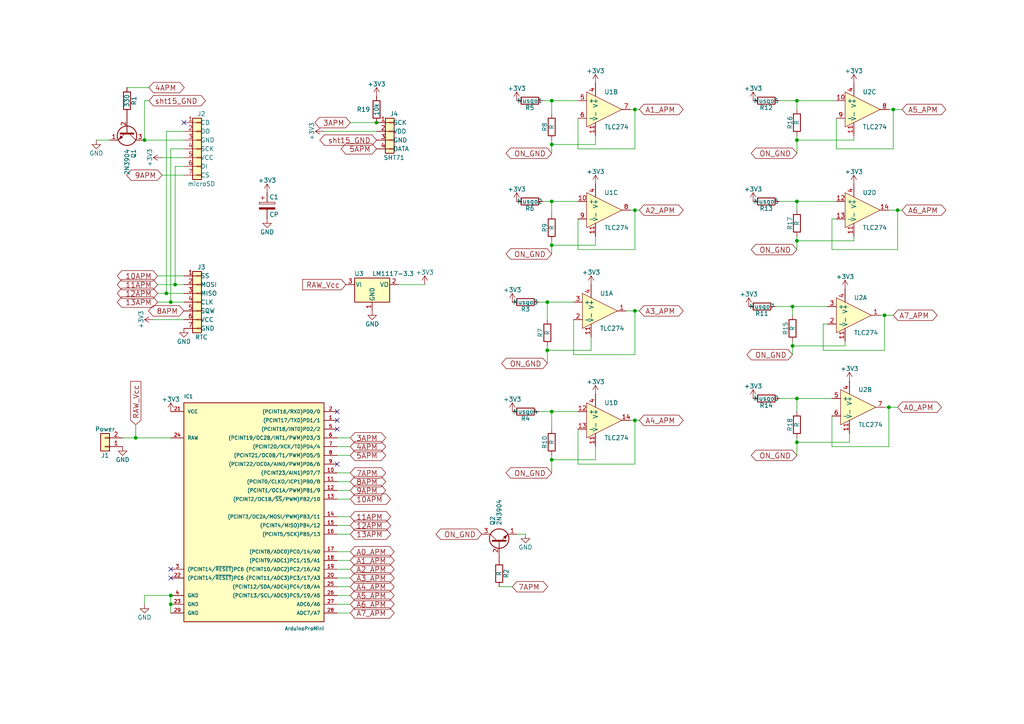
<source format=kicad_sch>
(kicad_sch (version 20211123) (generator eeschema)
  (paper "A4")
  (lib_symbols
    (symbol "BtMusgo-rescue:+3.3V" (power) (pin_names (offset 0))
      (property "Value" "+3.3V" (at 0 3.556 0))
      (symbol "+3.3V_0_1"
        (polyline (pts (xy -0.762 1.27) (xy 0 2.54)))
        (polyline (pts (xy 0 0) (xy 0 2.54)))
        (polyline (pts (xy 0 2.54) (xy 0.762 1.27)))
      )
      (symbol "+3.3V_1_1"
        (pin power_in line (at 0 0 90) (length 0) hide (name "+3V3") (number "1"))
      )
    )
    (symbol "BtMusgo-rescue:2N3904" (pin_names (offset 0) hide)
      (property "Reference" "Q" (at 5.08 1.905 0))
      (property "Value" "2N3904" (at 5.08 0 0))
      (symbol "2N3904_0_1"
        (polyline (pts (xy 0.635 0.635) (xy 2.54 2.54)))
        (polyline (pts (xy 0.635 -0.635) (xy 2.54 -2.54) (xy 2.54 -2.54)))
        (polyline (pts (xy 0.635 1.905) (xy 0.635 -1.905) (xy 0.635 -1.905)) (stroke (width 0.508)))
        (polyline (pts (xy 1.27 -1.778) (xy 1.778 -1.27) (xy 2.286 -2.286) (xy 1.27 -1.778) (xy 1.27 -1.778)) (fill (type outline)))
        (circle (center 1.27 0) (radius 2.8194) (stroke (width 0.254)))
      )
      (symbol "2N3904_1_1"
        (pin passive line (at 2.54 -5.08 90) (length 2.54) (name "E") (number "1"))
        (pin passive line (at -5.08 0 0) (length 5.715) (name "B") (number "2"))
        (pin passive line (at 2.54 5.08 270) (length 2.54) (name "C") (number "3"))
      )
    )
    (symbol "BtMusgo-rescue:CP" (pin_numbers hide) (pin_names (offset 0.254))
      (property "Reference" "C" (at 0.635 2.54 0))
      (property "Value" "CP" (at 0.635 -2.54 0))
      (symbol "CP_0_1"
        (rectangle (start -2.286 0.508) (end -2.286 1.016))
        (rectangle (start -2.286 0.508) (end 2.286 0.508))
        (polyline (pts (xy -1.778 2.286) (xy -0.762 2.286)))
        (polyline (pts (xy -1.27 2.794) (xy -1.27 1.778)))
        (rectangle (start 2.286 -0.508) (end -2.286 -1.016) (fill (type outline)))
        (rectangle (start 2.286 1.016) (end -2.286 1.016))
        (rectangle (start 2.286 1.016) (end 2.286 0.508))
      )
      (symbol "CP_1_1"
        (pin passive line (at 0 3.81 270) (length 2.794) (name "~") (number "1"))
        (pin passive line (at 0 -3.81 90) (length 2.794) (name "~") (number "2"))
      )
    )
    (symbol "BtMusgo-rescue:Conn_01x02" (pin_names (offset 1.016) hide)
      (property "Reference" "J" (at 0 2.54 0))
      (property "Value" "Conn_01x02" (at 0 -5.08 0))
      (symbol "Conn_01x02_1_1"
        (rectangle (start -1.27 -2.413) (end 0 -2.667) (stroke (width 0.1524)))
        (rectangle (start -1.27 0.127) (end 0 -0.127) (stroke (width 0.1524)))
        (rectangle (start -1.27 1.27) (end 1.27 -3.81) (stroke (width 0.254)) (fill (type background)))
        (pin passive line (at -5.08 0 0) (length 3.81) (name "Pin_1") (number "1"))
        (pin passive line (at -5.08 -2.54 0) (length 3.81) (name "Pin_2") (number "2"))
      )
    )
    (symbol "BtMusgo-rescue:GND" (power) (pin_names (offset 0))
      (property "Value" "GND" (at 0 -3.81 0))
      (symbol "GND_0_1"
        (polyline (pts (xy 0 0) (xy 0 -1.27) (xy 1.27 -1.27) (xy 0 -2.54) (xy -1.27 -1.27) (xy 0 -1.27)))
      )
      (symbol "GND_1_1"
        (pin power_in line (at 0 0 270) (length 0) hide (name "GND") (number "1"))
      )
    )
    (symbol "BtMusgo-rescue:LM1117-3.3" (pin_names (offset 0.254))
      (property "Reference" "U" (at -3.81 3.175 0))
      (property "Value" "LM1117-3.3" (at 0 3.175 0))
      (symbol "LM1117-3.3_0_1"
        (rectangle (start -5.08 -5.08) (end 5.08 1.905) (stroke (width 0.254)) (fill (type background)))
      )
      (symbol "LM1117-3.3_1_1"
        (pin power_in line (at 0 -7.62 90) (length 2.54) (name "GND") (number "1"))
        (pin power_out line (at 7.62 0 180) (length 2.54) (name "VO") (number "2"))
        (pin power_in line (at -7.62 0 0) (length 2.54) (name "VI") (number "3"))
      )
    )
    (symbol "BtMusgo-rescue:R" (pin_numbers hide) (pin_names (offset 0))
      (property "Reference" "R" (at 2.032 0 90))
      (property "Value" "R" (at 0 0 90))
      (symbol "R_0_1"
        (rectangle (start -1.016 -2.54) (end 1.016 2.54) (stroke (width 0.254)))
      )
      (symbol "R_1_1"
        (pin passive line (at 0 3.81 270) (length 1.27) (name "~") (number "1"))
        (pin passive line (at 0 -3.81 90) (length 1.27) (name "~") (number "2"))
      )
    )
    (symbol "BtMusgo-rescue:TLC274"
      (property "Reference" "U" (at 1.27 5.08 0))
      (property "Value" "TLC274" (at 3.81 -5.08 0))
      (symbol "TLC274_0_1"
        (polyline (pts (xy -5.08 5.08) (xy 5.08 0) (xy -5.08 -5.08) (xy -5.08 5.08)) (stroke (width 0.1524)) (fill (type background)))
        (pin power_in line (at -2.54 -7.62 90) (length 3.81) (name "V-") (number "11"))
        (pin power_in line (at -2.54 7.62 270) (length 3.81) (name "V+") (number "4"))
      )
      (symbol "TLC274_1_1"
        (pin output line (at 7.62 0 180) (length 2.54) (name "~") (number "1"))
        (pin input line (at -7.62 -2.54 0) (length 2.54) (name "-") (number "2"))
        (pin input line (at -7.62 2.54 0) (length 2.54) (name "+") (number "3"))
      )
      (symbol "TLC274_2_1"
        (pin input line (at -7.62 2.54 0) (length 2.54) (name "+") (number "5"))
        (pin input line (at -7.62 -2.54 0) (length 2.54) (name "-") (number "6"))
        (pin output line (at 7.62 0 180) (length 2.54) (name "~") (number "7"))
      )
      (symbol "TLC274_3_1"
        (pin input line (at -7.62 2.54 0) (length 2.54) (name "+") (number "10"))
        (pin output line (at 7.62 0 180) (length 2.54) (name "~") (number "8"))
        (pin input line (at -7.62 -2.54 0) (length 2.54) (name "-") (number "9"))
      )
      (symbol "TLC274_4_1"
        (pin input line (at -7.62 2.54 0) (length 2.54) (name "+") (number "12"))
        (pin input line (at -7.62 -2.54 0) (length 2.54) (name "-") (number "13"))
        (pin output line (at 7.62 0 180) (length 2.54) (name "~") (number "14"))
      )
    )
    (symbol "RTC:RTC" (pin_names (offset 1.016))
      (property "Reference" "J" (at 0 10.16 0))
      (property "Value" "RTC" (at 0 -10.16 0))
      (symbol "RTC_1_1"
        (rectangle (start -2.54 8.89) (end 0 -8.89) (stroke (width 0.254)) (fill (type background)))
        (rectangle (start -1.27 -7.493) (end 0 -7.747) (stroke (width 0.1524)))
        (rectangle (start -1.27 -4.953) (end 0 -5.207) (stroke (width 0.1524)))
        (rectangle (start -1.27 -2.413) (end 0 -2.667) (stroke (width 0.1524)))
        (rectangle (start -1.27 0.127) (end 0 -0.127) (stroke (width 0.1524)))
        (rectangle (start -1.27 2.667) (end 0 2.413) (stroke (width 0.1524)))
        (rectangle (start -1.27 5.207) (end 0 4.953) (stroke (width 0.1524)))
        (rectangle (start -1.27 7.747) (end 0 7.493) (stroke (width 0.1524)))
        (pin passive line (at -5.08 7.62 0) (length 3.81) (name "SS") (number "1"))
        (pin passive line (at -5.08 5.08 0) (length 3.81) (name "MOSI") (number "2"))
        (pin passive line (at -5.08 2.54 0) (length 3.81) (name "MISO") (number "3"))
        (pin passive line (at -5.08 0 0) (length 3.81) (name "CLK") (number "4"))
        (pin passive line (at -5.08 -2.54 0) (length 3.81) (name "SQW") (number "5"))
        (pin passive line (at -5.08 -5.08 0) (length 3.81) (name "VCC") (number "6"))
        (pin passive line (at -5.08 -7.62 0) (length 3.81) (name "GND") (number "7"))
      )
    )
    (symbol "microSD:microSD" (pin_names (offset 1.016))
      (property "Reference" "J" (at 0 10.16 0))
      (property "Value" "microSD" (at 0 -10.16 0))
      (symbol "microSD_1_1"
        (rectangle (start -2.54 8.89) (end 0 -8.89) (stroke (width 0.254)) (fill (type background)))
        (rectangle (start -1.27 -7.493) (end 0 -7.747) (stroke (width 0.1524)))
        (rectangle (start -1.27 -4.953) (end 0 -5.207) (stroke (width 0.1524)))
        (rectangle (start -1.27 -2.413) (end 0 -2.667) (stroke (width 0.1524)))
        (rectangle (start -1.27 0.127) (end 0 -0.127) (stroke (width 0.1524)))
        (rectangle (start -1.27 2.667) (end 0 2.413) (stroke (width 0.1524)))
        (rectangle (start -1.27 5.207) (end 0 4.953) (stroke (width 0.1524)))
        (rectangle (start -1.27 7.747) (end 0 7.493) (stroke (width 0.1524)))
        (pin passive line (at -5.08 7.62 0) (length 3.81) (name "CD") (number "1"))
        (pin passive line (at -5.08 5.08 0) (length 3.81) (name "DO") (number "2"))
        (pin passive line (at -5.08 2.54 0) (length 3.81) (name "GND") (number "3"))
        (pin passive line (at -5.08 0 0) (length 3.81) (name "SCK") (number "4"))
        (pin passive line (at -5.08 -2.54 0) (length 3.81) (name "VCC") (number "5"))
        (pin passive line (at -5.08 -5.08 0) (length 3.81) (name "DI") (number "6"))
        (pin passive line (at -5.08 -7.62 0) (length 3.81) (name "CS") (number "7"))
      )
    )
    (symbol "mysensors_arduino:ArduinoProMini" (pin_names (offset 1.016))
      (property "Reference" "IC" (at -19.05 31.75 0))
      (property "Value" "ArduinoProMini" (at 10.16 -35.56 0))
      (symbol "ArduinoProMini_0_1"
        (rectangle (start -19.05 30.48) (end 21.59 -33.02) (stroke (width 0.254)) (fill (type background)))
      )
      (symbol "ArduinoProMini_1_1"
        (pin bidirectional line (at 25.4 25.4 180) (length 3.81) (name "(PCINT17/TXD)PD1/1") (number "1"))
        (pin bidirectional line (at 25.4 10.16 180) (length 3.81) (name "(PCINT23/AIN1)PD7/7") (number "10"))
        (pin bidirectional line (at 25.4 7.62 180) (length 3.81) (name "(PCINT0/CLKO/ICP1)PB0/8") (number "11"))
        (pin bidirectional line (at 25.4 5.08 180) (length 3.81) (name "(PCINT1/OC1A/PWM)PB1/9") (number "12"))
        (pin bidirectional line (at 25.4 2.54 180) (length 3.81) (name "(PCINT2/OC1B/~{SS}/PWM)PB2/10") (number "13"))
        (pin bidirectional line (at 25.4 -2.54 180) (length 3.81) (name "(PCINT3/OC2A/MOSI/PWM)PB3/11") (number "14"))
        (pin bidirectional line (at 25.4 -5.08 180) (length 3.81) (name "(PCINT4/MISO)PB4/12") (number "15"))
        (pin bidirectional line (at 25.4 -7.62 180) (length 3.81) (name "(PCINT5/SCK)PB5/13") (number "16"))
        (pin bidirectional line (at 25.4 -12.7 180) (length 3.81) (name "(PCINT8/ADC0)PC0/14/A0") (number "17"))
        (pin bidirectional line (at 25.4 -15.24 180) (length 3.81) (name "(PCINT9/ADC1)PC1/15/A1") (number "18"))
        (pin bidirectional line (at 25.4 -17.78 180) (length 3.81) (name "(PCINT10/ADC2)PC2/16/A2") (number "19"))
        (pin bidirectional line (at 25.4 27.94 180) (length 3.81) (name "(PCINT16/RXD)PD0/0") (number "2"))
        (pin bidirectional line (at 25.4 -20.32 180) (length 3.81) (name "(PCINT11/ADC3)PC3/17/A3") (number "20"))
        (pin power_in line (at -22.86 27.94 0) (length 3.81) (name "VCC") (number "21"))
        (pin bidirectional line (at -22.86 -20.32 0) (length 3.81) (name "(PCINT14/~{RESET})PC6") (number "22"))
        (pin power_in line (at -22.86 -27.94 0) (length 3.81) (name "GND") (number "23"))
        (pin power_in line (at -22.86 20.32 0) (length 3.81) (name "RAW") (number "24"))
        (pin bidirectional line (at 25.4 -22.86 180) (length 3.81) (name "(PCINT12/SDA/ADC4)PC4/18/A4") (number "25"))
        (pin bidirectional line (at 25.4 -25.4 180) (length 3.81) (name "(PCINT13/SCL/ADC5)PC5/19/A5") (number "26"))
        (pin input line (at 25.4 -27.94 180) (length 3.81) (name "ADC6/A6") (number "27"))
        (pin input line (at 25.4 -30.48 180) (length 3.81) (name "ADC7/A7") (number "28"))
        (pin power_in line (at -22.86 -30.48 0) (length 3.81) (name "GND") (number "29"))
        (pin bidirectional line (at -22.86 -17.78 0) (length 3.81) (name "(PCINT14/~{RESET})PC6") (number "3"))
        (pin power_in line (at -22.86 -25.4 0) (length 3.81) (name "GND") (number "4"))
        (pin bidirectional line (at 25.4 22.86 180) (length 3.81) (name "(PCINT18/INT0)PD2/2") (number "5"))
        (pin bidirectional line (at 25.4 20.32 180) (length 3.81) (name "(PCINT19/OC2B/INT1/PWM)PD3/3") (number "6"))
        (pin bidirectional line (at 25.4 17.78 180) (length 3.81) (name "(PCINT20/XCK/T0)PD4/4") (number "7"))
        (pin bidirectional line (at 25.4 15.24 180) (length 3.81) (name "(PCINT21/OC0B/T1/PWM)PD5/5") (number "8"))
        (pin bidirectional line (at 25.4 12.7 180) (length 3.81) (name "(PCINT22/OC0A/AIN0/PWM)PD6/6") (number "9"))
      )
    )
    (symbol "sht15:SHT71" (pin_names (offset 1.016))
      (property "Reference" "J" (at 0 5.08 0))
      (property "Value" "SHT71" (at 0 -7.62 0))
      (symbol "SHT71_1_1"
        (rectangle (start -2.54 3.81) (end 0 -6.35) (stroke (width 0.254)) (fill (type background)))
        (rectangle (start -1.27 -4.953) (end 0 -5.207) (stroke (width 0.1524)))
        (rectangle (start -1.27 -2.413) (end 0 -2.667) (stroke (width 0.1524)))
        (rectangle (start -1.27 0.127) (end 0 -0.127) (stroke (width 0.1524)))
        (rectangle (start -1.27 2.667) (end 0 2.413) (stroke (width 0.1524)))
        (pin passive line (at -5.08 2.54 0) (length 3.81) (name "SCK") (number "1"))
        (pin passive line (at -5.08 0 0) (length 3.81) (name "VDD") (number "2"))
        (pin passive line (at -5.08 -2.54 0) (length 3.81) (name "GND") (number "3"))
        (pin passive line (at -5.08 -5.08 0) (length 3.81) (name "DATA") (number "4"))
      )
    )
  )
  (junction (at 231.14 128.27))
  (junction (at 49.53 175.26))
  (junction (at 160.02 58.42))
  (junction (at 160.02 29.21))
  (junction (at 160.02 41.91))
  (junction (at 158.75 101.6))
  (junction (at 184.15 121.92))
  (junction (at 39.37 127))
  (junction (at 184.15 31.75))
  (junction (at 49.53 172.72))
  (junction (at 231.14 40.64))
  (junction (at 158.75 87.63))
  (junction (at 160.02 119.38))
  (junction (at 231.14 115.57))
  (junction (at 229.87 88.9))
  (junction (at 41.91 40.64))
  (junction (at 184.15 60.96))
  (junction (at 260.35 60.96))
  (junction (at 48.26 85.09))
  (junction (at 160.02 71.12))
  (junction (at 109.22 35.56))
  (junction (at 257.81 118.11))
  (junction (at 160.02 133.35))
  (junction (at 229.87 100.33))
  (junction (at 231.14 29.21))
  (junction (at 49.53 87.63))
  (junction (at 231.14 69.85))
  (junction (at 231.14 58.42))
  (junction (at 259.08 31.75))
  (junction (at 256.54 91.44))
  (junction (at 184.15 90.17))
  (junction (at 50.8 82.55))
  (no_connect (at 97.79 134.62))
  (no_connect (at 97.79 124.46))
  (no_connect (at 97.79 121.92))
  (no_connect (at 53.34 35.56))
  (no_connect (at 49.53 167.64))
  (no_connect (at 97.79 119.38))
  (no_connect (at 49.53 165.1))
  (wire (pts (xy 167.64 134.62) (xy 184.15 134.62)))
  (wire (pts (xy 166.37 102.87) (xy 184.15 102.87)))
  (wire (pts (xy 231.14 58.42) (xy 242.57 58.42)))
  (wire (pts (xy 45.72 85.09) (xy 48.26 85.09)))
  (wire (pts (xy 53.34 50.8) (xy 46.99 50.8)))
  (wire (pts (xy 49.53 172.72) (xy 49.53 175.26)))
  (wire (pts (xy 260.35 60.96) (xy 261.62 60.96)))
  (wire (pts (xy 156.21 119.38) (xy 160.02 119.38)))
  (wire (pts (xy 241.3 72.39) (xy 241.3 63.5)))
  (wire (pts (xy 184.15 102.87) (xy 184.15 90.17)))
  (wire (pts (xy 231.14 68.58) (xy 231.14 69.85)))
  (wire (pts (xy 97.79 137.16) (xy 101.6 137.16)))
  (wire (pts (xy 247.65 40.64) (xy 247.65 39.37)))
  (wire (pts (xy 257.81 129.54) (xy 257.81 118.11)))
  (wire (pts (xy 160.02 44.45) (xy 160.02 41.91)))
  (wire (pts (xy 160.02 73.66) (xy 160.02 71.12)))
  (wire (pts (xy 48.26 38.1) (xy 48.26 85.09)))
  (wire (pts (xy 247.65 69.85) (xy 247.65 68.58)))
  (wire (pts (xy 257.81 31.75) (xy 259.08 31.75)))
  (wire (pts (xy 39.37 127) (xy 49.53 127)))
  (wire (pts (xy 158.75 100.33) (xy 158.75 101.6)))
  (wire (pts (xy 45.72 82.55) (xy 50.8 82.55)))
  (wire (pts (xy 97.79 175.26) (xy 101.6 175.26)))
  (wire (pts (xy 97.79 167.64) (xy 101.6 167.64)))
  (wire (pts (xy 231.14 29.21) (xy 242.57 29.21)))
  (wire (pts (xy 44.45 92.71) (xy 53.34 92.71)))
  (wire (pts (xy 97.79 152.4) (xy 101.6 152.4)))
  (wire (pts (xy 242.57 43.18) (xy 259.08 43.18)))
  (wire (pts (xy 171.45 97.79) (xy 171.45 101.6)))
  (wire (pts (xy 184.15 60.96) (xy 184.15 72.39)))
  (wire (pts (xy 184.15 31.75) (xy 185.42 31.75)))
  (wire (pts (xy 97.79 165.1) (xy 101.6 165.1)))
  (wire (pts (xy 260.35 72.39) (xy 241.3 72.39)))
  (wire (pts (xy 172.72 41.91) (xy 160.02 41.91)))
  (wire (pts (xy 158.75 101.6) (xy 158.75 105.41)))
  (wire (pts (xy 256.54 91.44) (xy 259.08 91.44)))
  (wire (pts (xy 160.02 41.91) (xy 160.02 40.64)))
  (wire (pts (xy 172.72 68.58) (xy 172.72 71.12)))
  (wire (pts (xy 231.14 39.37) (xy 231.14 40.64)))
  (wire (pts (xy 53.34 43.18) (xy 49.53 43.18)))
  (wire (pts (xy 172.72 133.35) (xy 172.72 129.54)))
  (wire (pts (xy 97.79 127) (xy 101.6 127)))
  (wire (pts (xy 157.48 58.42) (xy 160.02 58.42)))
  (wire (pts (xy 160.02 58.42) (xy 160.02 62.23)))
  (wire (pts (xy 43.18 29.21) (xy 41.91 29.21)))
  (wire (pts (xy 182.88 60.96) (xy 184.15 60.96)))
  (wire (pts (xy 231.14 115.57) (xy 241.3 115.57)))
  (wire (pts (xy 229.87 100.33) (xy 245.11 100.33)))
  (wire (pts (xy 101.6 144.78) (xy 97.79 144.78)))
  (wire (pts (xy 259.08 43.18) (xy 259.08 31.75)))
  (wire (pts (xy 97.79 162.56) (xy 101.6 162.56)))
  (wire (pts (xy 241.3 129.54) (xy 257.81 129.54)))
  (wire (pts (xy 160.02 29.21) (xy 167.64 29.21)))
  (wire (pts (xy 241.3 120.65) (xy 241.3 129.54)))
  (wire (pts (xy 182.88 31.75) (xy 184.15 31.75)))
  (wire (pts (xy 50.8 82.55) (xy 53.34 82.55)))
  (wire (pts (xy 231.14 60.96) (xy 231.14 58.42)))
  (wire (pts (xy 123.19 82.55) (xy 115.57 82.55)))
  (wire (pts (xy 101.6 172.72) (xy 97.79 172.72)))
  (wire (pts (xy 181.61 90.17) (xy 184.15 90.17)))
  (wire (pts (xy 36.83 25.4) (xy 43.18 25.4)))
  (wire (pts (xy 101.6 177.8) (xy 97.79 177.8)))
  (wire (pts (xy 256.54 101.6) (xy 256.54 91.44)))
  (wire (pts (xy 109.22 35.56) (xy 101.6 35.56)))
  (wire (pts (xy 45.72 80.01) (xy 53.34 80.01)))
  (wire (pts (xy 149.86 154.94) (xy 152.4 154.94)))
  (wire (pts (xy 184.15 134.62) (xy 184.15 121.92)))
  (wire (pts (xy 157.48 29.21) (xy 160.02 29.21)))
  (wire (pts (xy 259.08 31.75) (xy 261.62 31.75)))
  (wire (pts (xy 246.38 128.27) (xy 231.14 128.27)))
  (wire (pts (xy 160.02 133.35) (xy 160.02 137.16)))
  (wire (pts (xy 160.02 71.12) (xy 160.02 69.85)))
  (wire (pts (xy 166.37 92.71) (xy 166.37 102.87)))
  (wire (pts (xy 240.03 93.98) (xy 238.76 93.98)))
  (wire (pts (xy 238.76 101.6) (xy 256.54 101.6)))
  (wire (pts (xy 229.87 91.44) (xy 229.87 88.9)))
  (wire (pts (xy 185.42 121.92) (xy 184.15 121.92)))
  (wire (pts (xy 41.91 175.26) (xy 41.91 172.72)))
  (wire (pts (xy 41.91 29.21) (xy 41.91 40.64)))
  (wire (pts (xy 184.15 31.75) (xy 184.15 43.18)))
  (wire (pts (xy 246.38 125.73) (xy 246.38 128.27)))
  (wire (pts (xy 97.79 149.86) (xy 101.6 149.86)))
  (wire (pts (xy 49.53 43.18) (xy 49.53 87.63)))
  (wire (pts (xy 184.15 43.18) (xy 167.64 43.18)))
  (wire (pts (xy 231.14 40.64) (xy 247.65 40.64)))
  (wire (pts (xy 48.26 85.09) (xy 53.34 85.09)))
  (wire (pts (xy 242.57 34.29) (xy 242.57 43.18)))
  (wire (pts (xy 184.15 90.17) (xy 185.42 90.17)))
  (wire (pts (xy 255.27 91.44) (xy 256.54 91.44)))
  (wire (pts (xy 231.14 128.27) (xy 231.14 132.08)))
  (wire (pts (xy 31.75 40.64) (xy 27.94 40.64)))
  (wire (pts (xy 167.64 124.46) (xy 167.64 134.62)))
  (wire (pts (xy 41.91 172.72) (xy 49.53 172.72)))
  (wire (pts (xy 50.8 48.26) (xy 50.8 82.55)))
  (wire (pts (xy 97.79 129.54) (xy 101.6 129.54)))
  (wire (pts (xy 101.6 142.24) (xy 97.79 142.24)))
  (wire (pts (xy 158.75 87.63) (xy 166.37 87.63)))
  (wire (pts (xy 257.81 118.11) (xy 260.35 118.11)))
  (wire (pts (xy 226.06 58.42) (xy 231.14 58.42)))
  (wire (pts (xy 45.72 87.63) (xy 49.53 87.63)))
  (wire (pts (xy 231.14 127) (xy 231.14 128.27)))
  (wire (pts (xy 144.78 170.18) (xy 148.59 170.18)))
  (wire (pts (xy 35.56 127) (xy 39.37 127)))
  (wire (pts (xy 97.79 160.02) (xy 101.6 160.02)))
  (wire (pts (xy 160.02 33.02) (xy 160.02 29.21)))
  (wire (pts (xy 229.87 100.33) (xy 229.87 102.87)))
  (wire (pts (xy 231.14 69.85) (xy 247.65 69.85)))
  (wire (pts (xy 257.81 60.96) (xy 260.35 60.96)))
  (wire (pts (xy 231.14 40.64) (xy 231.14 44.45)))
  (wire (pts (xy 49.53 87.63) (xy 53.34 87.63)))
  (wire (pts (xy 224.79 88.9) (xy 229.87 88.9)))
  (wire (pts (xy 256.54 118.11) (xy 257.81 118.11)))
  (wire (pts (xy 53.34 40.64) (xy 41.91 40.64)))
  (wire (pts (xy 260.35 60.96) (xy 260.35 72.39)))
  (wire (pts (xy 101.6 154.94) (xy 97.79 154.94)))
  (wire (pts (xy 167.64 43.18) (xy 167.64 34.29)))
  (wire (pts (xy 53.34 48.26) (xy 50.8 48.26)))
  (wire (pts (xy 184.15 60.96) (xy 185.42 60.96)))
  (wire (pts (xy 226.06 29.21) (xy 231.14 29.21)))
  (wire (pts (xy 229.87 88.9) (xy 240.03 88.9)))
  (wire (pts (xy 226.06 115.57) (xy 231.14 115.57)))
  (wire (pts (xy 160.02 119.38) (xy 167.64 119.38)))
  (wire (pts (xy 231.14 69.85) (xy 231.14 72.39)))
  (wire (pts (xy 97.79 132.08) (xy 101.6 132.08)))
  (wire (pts (xy 229.87 99.06) (xy 229.87 100.33)))
  (wire (pts (xy 184.15 121.92) (xy 182.88 121.92)))
  (wire (pts (xy 245.11 100.33) (xy 245.11 99.06)))
  (wire (pts (xy 53.34 45.72) (xy 46.99 45.72)))
  (wire (pts (xy 49.53 175.26) (xy 49.53 177.8)))
  (wire (pts (xy 172.72 39.37) (xy 172.72 41.91)))
  (wire (pts (xy 241.3 63.5) (xy 242.57 63.5)))
  (wire (pts (xy 160.02 133.35) (xy 172.72 133.35)))
  (wire (pts (xy 93.98 38.1) (xy 109.22 38.1)))
  (wire (pts (xy 167.64 72.39) (xy 167.64 63.5)))
  (wire (pts (xy 160.02 132.08) (xy 160.02 133.35)))
  (wire (pts (xy 101.6 139.7) (xy 97.79 139.7)))
  (wire (pts (xy 160.02 124.46) (xy 160.02 119.38)))
  (wire (pts (xy 160.02 58.42) (xy 167.64 58.42)))
  (wire (pts (xy 171.45 101.6) (xy 158.75 101.6)))
  (wire (pts (xy 158.75 92.71) (xy 158.75 87.63)))
  (wire (pts (xy 238.76 93.98) (xy 238.76 101.6)))
  (wire (pts (xy 231.14 119.38) (xy 231.14 115.57)))
  (wire (pts (xy 156.21 87.63) (xy 158.75 87.63)))
  (wire (pts (xy 39.37 123.19) (xy 39.37 127)))
  (wire (pts (xy 231.14 31.75) (xy 231.14 29.21)))
  (wire (pts (xy 53.34 38.1) (xy 48.26 38.1)))
  (wire (pts (xy 97.79 170.18) (xy 101.6 170.18)))
  (wire (pts (xy 172.72 71.12) (xy 160.02 71.12)))
  (wire (pts (xy 184.15 72.39) (xy 167.64 72.39)))
  (global_label "A4_APM" (shape bidirectional) (at 101.6 170.18 0) (effects (font (size 1.524 1.524))) (property "Intersheet References" "${INTERSHEET_REFS}" (effects hide)))
  (global_label "10APM" (shape bidirectional) (at 101.6 144.78 0) (effects (font (size 1.524 1.524))) (property "Intersheet References" "${INTERSHEET_REFS}" (effects hide)))
  (global_label "A1_APM" (shape bidirectional) (at 101.6 162.56 0) (effects (font (size 1.524 1.524))) (property "Intersheet References" "${INTERSHEET_REFS}" (effects hide)))
  (global_label "RAW_Vcc" (shape input) (at 39.37 123.19 90) (effects (font (size 1.524 1.524))) (property "Intersheet References" "${INTERSHEET_REFS}" (effects hide)))
  (global_label "ON_GND" (shape bidirectional) (at 231.14 44.45 180) (effects (font (size 1.524 1.524))) (property "Intersheet References" "${INTERSHEET_REFS}" (effects hide)))
  (global_label "A2_APM" (shape bidirectional) (at 101.6 165.1 0) (effects (font (size 1.524 1.524))) (property "Intersheet References" "${INTERSHEET_REFS}" (effects hide)))
  (global_label "7APM" (shape bidirectional) (at 148.59 170.18 0) (effects (font (size 1.524 1.524))) (property "Intersheet References" "${INTERSHEET_REFS}" (effects hide)))
  (global_label "8APM" (shape bidirectional) (at 53.34 90.17 180) (effects (font (size 1.524 1.524))) (property "Intersheet References" "${INTERSHEET_REFS}" (effects hide)))
  (global_label "ON_GND" (shape bidirectional) (at 158.75 105.41 180) (effects (font (size 1.524 1.524))) (property "Intersheet References" "${INTERSHEET_REFS}" (effects hide)))
  (global_label "A7_APM" (shape bidirectional) (at 101.6 177.8 0) (effects (font (size 1.524 1.524))) (property "Intersheet References" "${INTERSHEET_REFS}" (effects hide)))
  (global_label "4APM" (shape bidirectional) (at 43.18 25.4 0) (effects (font (size 1.524 1.524))) (property "Intersheet References" "${INTERSHEET_REFS}" (effects hide)))
  (global_label "A5_APM" (shape bidirectional) (at 101.6 172.72 0) (effects (font (size 1.524 1.524))) (property "Intersheet References" "${INTERSHEET_REFS}" (effects hide)))
  (global_label "A0_APM" (shape bidirectional) (at 260.35 118.11 0) (effects (font (size 1.524 1.524))) (property "Intersheet References" "${INTERSHEET_REFS}" (effects hide)))
  (global_label "A3_APM" (shape bidirectional) (at 101.6 167.64 0) (effects (font (size 1.524 1.524))) (property "Intersheet References" "${INTERSHEET_REFS}" (effects hide)))
  (global_label "A5_APM" (shape bidirectional) (at 261.62 31.75 0) (effects (font (size 1.524 1.524))) (property "Intersheet References" "${INTERSHEET_REFS}" (effects hide)))
  (global_label "11APM" (shape bidirectional) (at 45.72 82.55 180) (effects (font (size 1.524 1.524))) (property "Intersheet References" "${INTERSHEET_REFS}" (effects hide)))
  (global_label "4APM" (shape bidirectional) (at 101.6 129.54 0) (effects (font (size 1.524 1.524))) (property "Intersheet References" "${INTERSHEET_REFS}" (effects hide)))
  (global_label "9APM" (shape bidirectional) (at 46.99 50.8 180) (effects (font (size 1.524 1.524))) (property "Intersheet References" "${INTERSHEET_REFS}" (effects hide)))
  (global_label "9APM" (shape bidirectional) (at 101.6 142.24 0) (effects (font (size 1.524 1.524))) (property "Intersheet References" "${INTERSHEET_REFS}" (effects hide)))
  (global_label "10APM" (shape bidirectional) (at 45.72 80.01 180) (effects (font (size 1.524 1.524))) (property "Intersheet References" "${INTERSHEET_REFS}" (effects hide)))
  (global_label "3APM" (shape bidirectional) (at 101.6 35.56 180) (effects (font (size 1.524 1.524))) (property "Intersheet References" "${INTERSHEET_REFS}" (effects hide)))
  (global_label "5APM" (shape bidirectional) (at 109.22 43.18 180) (effects (font (size 1.524 1.524))) (property "Intersheet References" "${INTERSHEET_REFS}" (effects hide)))
  (global_label "RAW_Vcc" (shape input) (at 100.33 82.55 180) (effects (font (size 1.524 1.524))) (property "Intersheet References" "${INTERSHEET_REFS}" (effects hide)))
  (global_label "A7_APM" (shape bidirectional) (at 259.08 91.44 0) (effects (font (size 1.524 1.524))) (property "Intersheet References" "${INTERSHEET_REFS}" (effects hide)))
  (global_label "12APM" (shape bidirectional) (at 101.6 152.4 0) (effects (font (size 1.524 1.524))) (property "Intersheet References" "${INTERSHEET_REFS}" (effects hide)))
  (global_label "12APM" (shape bidirectional) (at 45.72 85.09 180) (effects (font (size 1.524 1.524))) (property "Intersheet References" "${INTERSHEET_REFS}" (effects hide)))
  (global_label "7APM" (shape bidirectional) (at 101.6 137.16 0) (effects (font (size 1.524 1.524))) (property "Intersheet References" "${INTERSHEET_REFS}" (effects hide)))
  (global_label "13APM" (shape bidirectional) (at 101.6 154.94 0) (effects (font (size 1.524 1.524))) (property "Intersheet References" "${INTERSHEET_REFS}" (effects hide)))
  (global_label "A2_APM" (shape bidirectional) (at 185.42 60.96 0) (effects (font (size 1.524 1.524))) (property "Intersheet References" "${INTERSHEET_REFS}" (effects hide)))
  (global_label "ON_GND" (shape bidirectional) (at 160.02 73.66 180) (effects (font (size 1.524 1.524))) (property "Intersheet References" "${INTERSHEET_REFS}" (effects hide)))
  (global_label "3APM" (shape bidirectional) (at 101.6 127 0) (effects (font (size 1.524 1.524))) (property "Intersheet References" "${INTERSHEET_REFS}" (effects hide)))
  (global_label "8APM" (shape bidirectional) (at 101.6 139.7 0) (effects (font (size 1.524 1.524))) (property "Intersheet References" "${INTERSHEET_REFS}" (effects hide)))
  (global_label "ON_GND" (shape bidirectional) (at 160.02 44.45 180) (effects (font (size 1.524 1.524))) (property "Intersheet References" "${INTERSHEET_REFS}" (effects hide)))
  (global_label "A0_APM" (shape bidirectional) (at 101.6 160.02 0) (effects (font (size 1.524 1.524))) (property "Intersheet References" "${INTERSHEET_REFS}" (effects hide)))
  (global_label "ON_GND" (shape bidirectional) (at 139.7 154.94 180) (effects (font (size 1.524 1.524))) (property "Intersheet References" "${INTERSHEET_REFS}" (effects hide)))
  (global_label "11APM" (shape bidirectional) (at 101.6 149.86 0) (effects (font (size 1.524 1.524))) (property "Intersheet References" "${INTERSHEET_REFS}" (effects hide)))
  (global_label "ON_GND" (shape bidirectional) (at 231.14 132.08 180) (effects (font (size 1.524 1.524))) (property "Intersheet References" "${INTERSHEET_REFS}" (effects hide)))
  (global_label "A6_APM" (shape bidirectional) (at 101.6 175.26 0) (effects (font (size 1.524 1.524))) (property "Intersheet References" "${INTERSHEET_REFS}" (effects hide)))
  (global_label "sht15_GND" (shape bidirectional) (at 43.18 29.21 0) (effects (font (size 1.524 1.524))) (property "Intersheet References" "${INTERSHEET_REFS}" (effects hide)))
  (global_label "A3_APM" (shape bidirectional) (at 185.42 90.17 0) (effects (font (size 1.524 1.524))) (property "Intersheet References" "${INTERSHEET_REFS}" (effects hide)))
  (global_label "A4_APM" (shape bidirectional) (at 185.42 121.92 0) (effects (font (size 1.524 1.524))) (property "Intersheet References" "${INTERSHEET_REFS}" (effects hide)))
  (global_label "ON_GND" (shape bidirectional) (at 229.87 102.87 180) (effects (font (size 1.524 1.524))) (property "Intersheet References" "${INTERSHEET_REFS}" (effects hide)))
  (global_label "5APM" (shape bidirectional) (at 101.6 132.08 0) (effects (font (size 1.524 1.524))) (property "Intersheet References" "${INTERSHEET_REFS}" (effects hide)))
  (global_label "A1_APM" (shape bidirectional) (at 185.42 31.75 0) (effects (font (size 1.524 1.524))) (property "Intersheet References" "${INTERSHEET_REFS}" (effects hide)))
  (global_label "sht15_GND" (shape bidirectional) (at 109.22 40.64 180) (effects (font (size 1.524 1.524))) (property "Intersheet References" "${INTERSHEET_REFS}" (effects hide)))
  (global_label "13APM" (shape bidirectional) (at 45.72 87.63 180) (effects (font (size 1.524 1.524))) (property "Intersheet References" "${INTERSHEET_REFS}" (effects hide)))
  (global_label "A6_APM" (shape bidirectional) (at 261.62 60.96 0) (effects (font (size 1.524 1.524))) (property "Intersheet References" "${INTERSHEET_REFS}" (effects hide)))
  (global_label "ON_GND" (shape bidirectional) (at 160.02 137.16 180) (effects (font (size 1.524 1.524))) (property "Intersheet References" "${INTERSHEET_REFS}" (effects hide)))
  (global_label "ON_GND" (shape bidirectional) (at 231.14 72.39 180) (effects (font (size 1.524 1.524))) (property "Intersheet References" "${INTERSHEET_REFS}" (effects hide)))
  (symbol (lib_id "BtMusgo-rescue:+3.3V") (at 93.98 38.1 90) (unit 1)
    (property "Reference" "#PWR01" (effects hide))
    (property "Value" "+3.3V" (at 90.424 38.1 0))
  )
  (symbol (lib_id "mysensors_arduino:ArduinoProMini") (at 72.39 147.32 0) (unit 1)
    (property "Reference" "IC1" (at 53.34 115.57 0) (effects (font (size 1.016 1.016)) (justify left bottom)))
    (property "Value" "ArduinoProMini" (at 82.55 182.88 0) (effects (font (size 1.016 1.016)) (justify left bottom)))
    (property "Footprint" "mysensors_arduino:pro_mini" (effects hide))
  )
  (symbol (lib_id "BtMusgo-rescue:GND") (at 41.91 175.26 0) (unit 1)
    (property "Reference" "#PWR02" (effects hide))
    (property "Value" "GND" (at 41.91 179.07 0))
  )
  (symbol (lib_id "BtMusgo-rescue:+3.3V") (at 49.53 119.38 0) (unit 1)
    (property "Reference" "#PWR03" (effects hide))
    (property "Value" "+3.3V" (at 49.53 115.824 0))
  )
  (symbol (lib_id "microSD:microSD") (at 58.42 43.18 0) (unit 1)
    (property "Reference" "J2" (at 58.42 33.02 0))
    (property "Value" "microSD" (at 58.42 53.34 0))
    (property "Footprint" "Socket_Strips:Socket_Strip_Straight_1x07_Pitch2.54mm" (effects hide))
  )
  (symbol (lib_id "RTC:RTC") (at 58.42 87.63 0) (unit 1)
    (property "Reference" "J3" (at 58.42 77.47 0))
    (property "Value" "RTC" (at 58.42 97.79 0))
    (property "Footprint" "Socket_Strips:Socket_Strip_Straight_1x07_Pitch2.54mm" (effects hide))
  )
  (symbol (lib_id "BtMusgo-rescue:GND") (at 53.34 95.25 0) (unit 1)
    (property "Reference" "#PWR04" (effects hide))
    (property "Value" "GND" (at 53.34 99.06 0))
  )
  (symbol (lib_id "BtMusgo-rescue:+3.3V") (at 44.45 92.71 90) (unit 1)
    (property "Reference" "#PWR05" (effects hide))
    (property "Value" "+3.3V" (at 40.894 92.71 0))
  )
  (symbol (lib_id "BtMusgo-rescue:+3.3V") (at 46.99 45.72 90) (unit 1)
    (property "Reference" "#PWR06" (effects hide))
    (property "Value" "+3.3V" (at 43.434 45.72 0))
  )
  (symbol (lib_id "BtMusgo-rescue:2N3904") (at 36.83 38.1 270) (unit 1)
    (property "Reference" "Q1" (at 38.735 43.18 0) (effects (justify left)))
    (property "Value" "2N3904" (at 36.83 43.18 0) (effects (justify left)))
    (property "Footprint" "TO_SOT_Packages_THT:TO-92_Inline_Wide" (effects hide))
  )
  (symbol (lib_id "BtMusgo-rescue:GND") (at 27.94 40.64 0) (unit 1)
    (property "Reference" "#PWR07" (effects hide))
    (property "Value" "GND" (at 27.94 44.45 0))
  )
  (symbol (lib_id "BtMusgo-rescue:R") (at 36.83 29.21 0) (unit 1)
    (property "Reference" "R1" (at 38.862 29.21 90))
    (property "Value" "330" (at 36.83 29.21 90))
    (property "Footprint" "Resistors_THT:R_Axial_DIN0207_L6.3mm_D2.5mm_P10.16mm_Horizontal" (effects hide))
  )
  (symbol (lib_id "BtMusgo-rescue:R") (at 153.67 58.42 270) (unit 1)
    (property "Reference" "R6" (at 153.67 60.452 90))
    (property "Value" "Musgo2" (at 153.67 58.42 90))
    (property "Footprint" "TerminalBlocks_Phoenix:TerminalBlock_Phoenix_MKDS1.5-2pol" (effects hide))
  )
  (symbol (lib_id "BtMusgo-rescue:R") (at 160.02 66.04 180) (unit 1)
    (property "Reference" "R9" (at 157.988 66.04 90))
    (property "Value" "R" (at 160.02 66.04 90))
    (property "Footprint" "Resistors_THT:R_Axial_DIN0207_L6.3mm_D2.5mm_P10.16mm_Horizontal" (effects hide))
  )
  (symbol (lib_id "BtMusgo-rescue:R") (at 160.02 36.83 180) (unit 1)
    (property "Reference" "R8" (at 157.988 36.83 90))
    (property "Value" "R" (at 160.02 36.83 90))
    (property "Footprint" "Resistors_THT:R_Axial_DIN0207_L6.3mm_D2.5mm_P10.16mm_Horizontal" (effects hide))
  )
  (symbol (lib_id "BtMusgo-rescue:R") (at 153.67 29.21 270) (unit 1)
    (property "Reference" "R5" (at 153.67 31.242 90))
    (property "Value" "Musgo1" (at 153.67 29.21 90))
    (property "Footprint" "TerminalBlocks_Phoenix:TerminalBlock_Phoenix_MKDS1.5-2pol" (effects hide))
  )
  (symbol (lib_id "BtMusgo-rescue:+3.3V") (at 172.72 53.34 0) (unit 1)
    (property "Reference" "#PWR08" (effects hide))
    (property "Value" "+3.3V" (at 172.72 49.784 0))
  )
  (symbol (lib_id "BtMusgo-rescue:R") (at 222.25 29.21 270) (unit 1)
    (property "Reference" "R12" (at 222.25 31.242 90))
    (property "Value" "Musgo5" (at 222.25 29.21 90))
    (property "Footprint" "TerminalBlocks_Phoenix:TerminalBlock_Phoenix_MKDS1.5-2pol" (effects hide))
  )
  (symbol (lib_id "BtMusgo-rescue:R") (at 231.14 35.56 180) (unit 1)
    (property "Reference" "R16" (at 229.108 35.56 90))
    (property "Value" "R" (at 231.14 35.56 90))
    (property "Footprint" "Resistors_THT:R_Axial_DIN0207_L6.3mm_D2.5mm_P10.16mm_Horizontal" (effects hide))
  )
  (symbol (lib_id "BtMusgo-rescue:+3.3V") (at 247.65 24.13 0) (unit 1)
    (property "Reference" "#PWR09" (effects hide))
    (property "Value" "+3.3V" (at 247.65 20.574 0))
  )
  (symbol (lib_id "BtMusgo-rescue:R") (at 222.25 58.42 270) (unit 1)
    (property "Reference" "R13" (at 222.25 60.452 90))
    (property "Value" "Musgo6" (at 222.25 58.42 90))
    (property "Footprint" "TerminalBlocks_Phoenix:TerminalBlock_Phoenix_MKDS1.5-2pol" (effects hide))
  )
  (symbol (lib_id "BtMusgo-rescue:R") (at 231.14 64.77 180) (unit 1)
    (property "Reference" "R17" (at 229.108 64.77 90))
    (property "Value" "R" (at 231.14 64.77 90))
    (property "Footprint" "Resistors_THT:R_Axial_DIN0207_L6.3mm_D2.5mm_P10.16mm_Horizontal" (effects hide))
  )
  (symbol (lib_id "BtMusgo-rescue:GND") (at 35.56 129.54 0) (unit 1)
    (property "Reference" "#PWR010" (effects hide))
    (property "Value" "GND" (at 35.56 133.35 0))
  )
  (symbol (lib_id "BtMusgo-rescue:Conn_01x02") (at 30.48 129.54 180) (unit 1)
    (property "Reference" "J1" (at 30.48 132.08 0))
    (property "Value" "Power" (at 30.48 124.46 0))
    (property "Footprint" "TerminalBlocks_Phoenix:TerminalBlock_Phoenix_MKDS1.5-2pol" (effects hide))
  )
  (symbol (lib_id "BtMusgo-rescue:2N3904") (at 144.78 157.48 90) (unit 1)
    (property "Reference" "Q2" (at 142.875 152.4 0) (effects (justify left)))
    (property "Value" "2N3904" (at 144.78 152.4 0) (effects (justify left)))
    (property "Footprint" "TO_SOT_Packages_THT:TO-92_Inline_Wide" (effects hide))
  )
  (symbol (lib_id "BtMusgo-rescue:GND") (at 152.4 154.94 0) (unit 1)
    (property "Reference" "#PWR011" (effects hide))
    (property "Value" "GND" (at 152.4 158.75 0))
  )
  (symbol (lib_id "BtMusgo-rescue:+3.3V") (at 247.65 53.34 0) (unit 1)
    (property "Reference" "#PWR012" (effects hide))
    (property "Value" "+3.3V" (at 247.65 49.784 0))
  )
  (symbol (lib_id "BtMusgo-rescue:+3.3V") (at 149.86 29.21 0) (unit 1)
    (property "Reference" "#PWR013" (effects hide))
    (property "Value" "+3.3V" (at 149.86 25.654 0))
  )
  (symbol (lib_id "BtMusgo-rescue:+3.3V") (at 149.86 58.42 0) (unit 1)
    (property "Reference" "#PWR014" (effects hide))
    (property "Value" "+3.3V" (at 149.86 54.864 0))
  )
  (symbol (lib_id "BtMusgo-rescue:+3.3V") (at 218.44 29.21 0) (unit 1)
    (property "Reference" "#PWR015" (effects hide))
    (property "Value" "+3.3V" (at 218.44 25.654 0))
  )
  (symbol (lib_id "BtMusgo-rescue:+3.3V") (at 218.44 58.42 0) (unit 1)
    (property "Reference" "#PWR016" (effects hide))
    (property "Value" "+3.3V" (at 218.44 54.864 0))
  )
  (symbol (lib_id "BtMusgo-rescue:R") (at 144.78 166.37 0) (unit 1)
    (property "Reference" "R2" (at 146.812 166.37 90))
    (property "Value" "R" (at 144.78 166.37 90))
    (property "Footprint" "Resistors_THT:R_Axial_DIN0207_L6.3mm_D2.5mm_P10.16mm_Horizontal" (effects hide))
  )
  (symbol (lib_id "BtMusgo-rescue:+3.3V") (at 148.59 87.63 0) (unit 1)
    (property "Reference" "#PWR017" (effects hide))
    (property "Value" "+3.3V" (at 148.59 84.074 0))
  )
  (symbol (lib_id "BtMusgo-rescue:R") (at 152.4 87.63 270) (unit 1)
    (property "Reference" "R3" (at 152.4 89.662 90))
    (property "Value" "Musgo3" (at 152.4 87.63 90))
    (property "Footprint" "TerminalBlocks_Phoenix:TerminalBlock_Phoenix_MKDS1.5-2pol" (effects hide))
  )
  (symbol (lib_id "BtMusgo-rescue:R") (at 158.75 96.52 180) (unit 1)
    (property "Reference" "R7" (at 156.718 96.52 90))
    (property "Value" "R" (at 158.75 96.52 90))
    (property "Footprint" "Resistors_THT:R_Axial_DIN0207_L6.3mm_D2.5mm_P10.16mm_Horizontal" (effects hide))
  )
  (symbol (lib_id "BtMusgo-rescue:+3.3V") (at 171.45 82.55 0) (unit 1)
    (property "Reference" "#PWR018" (effects hide))
    (property "Value" "+3.3V" (at 171.45 78.994 0))
  )
  (symbol (lib_id "BtMusgo-rescue:+3.3V") (at 217.17 88.9 0) (unit 1)
    (property "Reference" "#PWR019" (effects hide))
    (property "Value" "+3.3V" (at 217.17 85.344 0))
  )
  (symbol (lib_id "BtMusgo-rescue:R") (at 220.98 88.9 270) (unit 1)
    (property "Reference" "R11" (at 220.98 90.932 90))
    (property "Value" "Musgo7" (at 220.98 88.9 90))
    (property "Footprint" "TerminalBlocks_Phoenix:TerminalBlock_Phoenix_MKDS1.5-2pol" (effects hide))
  )
  (symbol (lib_id "BtMusgo-rescue:R") (at 229.87 95.25 180) (unit 1)
    (property "Reference" "R15" (at 227.838 95.25 90))
    (property "Value" "R" (at 229.87 95.25 90))
    (property "Footprint" "Resistors_THT:R_Axial_DIN0207_L6.3mm_D2.5mm_P10.16mm_Horizontal" (effects hide))
  )
  (symbol (lib_id "BtMusgo-rescue:+3.3V") (at 245.11 83.82 0) (unit 1)
    (property "Reference" "#PWR020" (effects hide))
    (property "Value" "+3.3V" (at 245.11 80.264 0))
  )
  (symbol (lib_id "BtMusgo-rescue:+3.3V") (at 148.59 119.38 0) (unit 1)
    (property "Reference" "#PWR021" (effects hide))
    (property "Value" "+3.3V" (at 148.59 115.824 0))
  )
  (symbol (lib_id "BtMusgo-rescue:R") (at 152.4 119.38 270) (unit 1)
    (property "Reference" "R4" (at 152.4 121.412 90))
    (property "Value" "Musgo4" (at 152.4 119.38 90))
    (property "Footprint" "TerminalBlocks_Phoenix:TerminalBlock_Phoenix_MKDS1.5-2pol" (effects hide))
  )
  (symbol (lib_id "BtMusgo-rescue:R") (at 160.02 128.27 180) (unit 1)
    (property "Reference" "R10" (at 157.988 128.27 90))
    (property "Value" "R" (at 160.02 128.27 90))
    (property "Footprint" "Resistors_THT:R_Axial_DIN0207_L6.3mm_D2.5mm_P10.16mm_Horizontal" (effects hide))
  )
  (symbol (lib_id "BtMusgo-rescue:+3.3V") (at 172.72 114.3 0) (unit 1)
    (property "Reference" "#PWR022" (effects hide))
    (property "Value" "+3.3V" (at 172.72 110.744 0))
  )
  (symbol (lib_id "BtMusgo-rescue:+3.3V") (at 218.44 115.57 0) (unit 1)
    (property "Reference" "#PWR023" (effects hide))
    (property "Value" "+3.3V" (at 218.44 112.014 0))
  )
  (symbol (lib_id "BtMusgo-rescue:R") (at 222.25 115.57 270) (unit 1)
    (property "Reference" "R14" (at 222.25 117.602 90))
    (property "Value" "Musgo0" (at 222.25 115.57 90))
    (property "Footprint" "TerminalBlocks_Phoenix:TerminalBlock_Phoenix_MKDS1.5-2pol" (effects hide))
  )
  (symbol (lib_id "BtMusgo-rescue:R") (at 231.14 123.19 180) (unit 1)
    (property "Reference" "R18" (at 229.108 123.19 90))
    (property "Value" "R" (at 231.14 123.19 90))
    (property "Footprint" "Resistors_THT:R_Axial_DIN0207_L6.3mm_D2.5mm_P10.16mm_Horizontal" (effects hide))
  )
  (symbol (lib_id "BtMusgo-rescue:+3.3V") (at 246.38 110.49 0) (unit 1)
    (property "Reference" "#PWR024" (effects hide))
    (property "Value" "+3.3V" (at 246.38 106.934 0))
  )
  (symbol (lib_id "BtMusgo-rescue:TLC274") (at 175.26 31.75 0) (unit 2)
    (property "Reference" "U1" (at 175.26 26.67 0) (effects (justify left)))
    (property "Value" "TLC274" (at 175.26 36.83 0) (effects (justify left)))
    (property "Footprint" "Housings_DIP:DIP-14_W7.62mm_LongPads" (effects hide))
  )
  (symbol (lib_id "BtMusgo-rescue:+3.3V") (at 172.72 24.13 0) (unit 1)
    (property "Reference" "#PWR025" (effects hide))
    (property "Value" "+3.3V" (at 172.72 20.574 0))
  )
  (symbol (lib_id "BtMusgo-rescue:TLC274") (at 250.19 31.75 0) (unit 3)
    (property "Reference" "U2" (at 250.19 26.67 0) (effects (justify left)))
    (property "Value" "TLC274" (at 250.19 36.83 0) (effects (justify left)))
    (property "Footprint" "Housings_DIP:DIP-14_W7.62mm_LongPads" (effects hide))
  )
  (symbol (lib_id "BtMusgo-rescue:TLC274") (at 175.26 60.96 0) (unit 3)
    (property "Reference" "U1" (at 175.26 55.88 0) (effects (justify left)))
    (property "Value" "TLC274" (at 175.26 66.04 0) (effects (justify left)))
    (property "Footprint" "Housings_DIP:DIP-14_W7.62mm_LongPads" (effects hide))
  )
  (symbol (lib_id "BtMusgo-rescue:TLC274") (at 250.19 60.96 0) (unit 4)
    (property "Reference" "U2" (at 250.19 55.88 0) (effects (justify left)))
    (property "Value" "TLC274" (at 250.19 66.04 0) (effects (justify left)))
    (property "Footprint" "Housings_DIP:DIP-14_W7.62mm_LongPads" (effects hide))
  )
  (symbol (lib_id "BtMusgo-rescue:TLC274") (at 173.99 90.17 0) (unit 1)
    (property "Reference" "U1" (at 173.99 85.09 0) (effects (justify left)))
    (property "Value" "TLC274" (at 173.99 95.25 0) (effects (justify left)))
    (property "Footprint" "Housings_DIP:DIP-14_W7.62mm_LongPads" (effects hide))
  )
  (symbol (lib_id "BtMusgo-rescue:TLC274") (at 247.65 91.44 0) (unit 1)
    (property "Reference" "U2" (at 247.65 86.36 0) (effects (justify left)))
    (property "Value" "TLC274" (at 247.65 96.52 0) (effects (justify left)))
    (property "Footprint" "Housings_DIP:DIP-14_W7.62mm_LongPads" (effects hide))
  )
  (symbol (lib_id "BtMusgo-rescue:TLC274") (at 175.26 121.92 0) (unit 4)
    (property "Reference" "U1" (at 175.26 116.84 0) (effects (justify left)))
    (property "Value" "TLC274" (at 175.26 127 0) (effects (justify left)))
    (property "Footprint" "Housings_DIP:DIP-14_W7.62mm_LongPads" (effects hide))
  )
  (symbol (lib_id "BtMusgo-rescue:TLC274") (at 248.92 118.11 0) (unit 2)
    (property "Reference" "U2" (at 248.92 113.03 0) (effects (justify left)))
    (property "Value" "TLC274" (at 248.92 123.19 0) (effects (justify left)))
    (property "Footprint" "Housings_DIP:DIP-14_W7.62mm_LongPads" (effects hide))
  )
  (symbol (lib_id "BtMusgo-rescue:LM1117-3.3") (at 107.95 82.55 0) (unit 1)
    (property "Reference" "U3" (at 104.14 79.375 0))
    (property "Value" "LM1117-3.3" (at 107.95 79.375 0) (effects (justify left)))
    (property "Footprint" "Power_Integrations:TO-220" (effects hide))
  )
  (symbol (lib_id "BtMusgo-rescue:+3.3V") (at 123.19 82.55 0) (unit 1)
    (property "Reference" "#PWR026" (effects hide))
    (property "Value" "+3.3V" (at 123.19 78.994 0))
  )
  (symbol (lib_id "BtMusgo-rescue:GND") (at 107.95 90.17 0) (unit 1)
    (property "Reference" "#PWR027" (effects hide))
    (property "Value" "GND" (at 107.95 93.98 0))
  )
  (symbol (lib_id "BtMusgo-rescue:CP") (at 77.47 59.69 0) (unit 1)
    (property "Reference" "C1" (at 78.105 57.15 0) (effects (justify left)))
    (property "Value" "CP" (at 78.105 62.23 0) (effects (justify left)))
    (property "Footprint" "Capacitors_THT:CP_Radial_D10.0mm_P5.00mm" (effects hide))
  )
  (symbol (lib_id "BtMusgo-rescue:+3.3V") (at 77.47 55.88 0) (unit 1)
    (property "Reference" "#PWR028" (effects hide))
    (property "Value" "+3.3V" (at 77.47 52.324 0))
  )
  (symbol (lib_id "BtMusgo-rescue:GND") (at 77.47 63.5 0) (unit 1)
    (property "Reference" "#PWR029" (effects hide))
    (property "Value" "GND" (at 77.47 67.31 0))
  )
  (symbol (lib_id "sht15:SHT71") (at 114.3 38.1 0) (unit 1)
    (property "Reference" "J4" (at 114.3 33.02 0))
    (property "Value" "SHT71" (at 114.3 45.72 0))
    (property "Footprint" "Socket_Strips:Socket_Strip_Straight_1x04_Pitch2.54mm" (effects hide))
  )
  (symbol (lib_id "BtMusgo-rescue:R") (at 109.22 31.75 0) (unit 1)
    (property "Reference" "R19" (at 105.41 31.75 0))
    (property "Value" "10k" (at 109.22 31.75 90))
    (property "Footprint" "Resistors_THT:R_Axial_DIN0207_L6.3mm_D2.5mm_P10.16mm_Horizontal" (effects hide))
  )
  (symbol (lib_id "BtMusgo-rescue:+3.3V") (at 109.22 27.94 0) (unit 1)
    (property "Reference" "#PWR030" (effects hide))
    (property "Value" "+3.3V" (at 109.22 24.384 0))
  )
)
</source>
